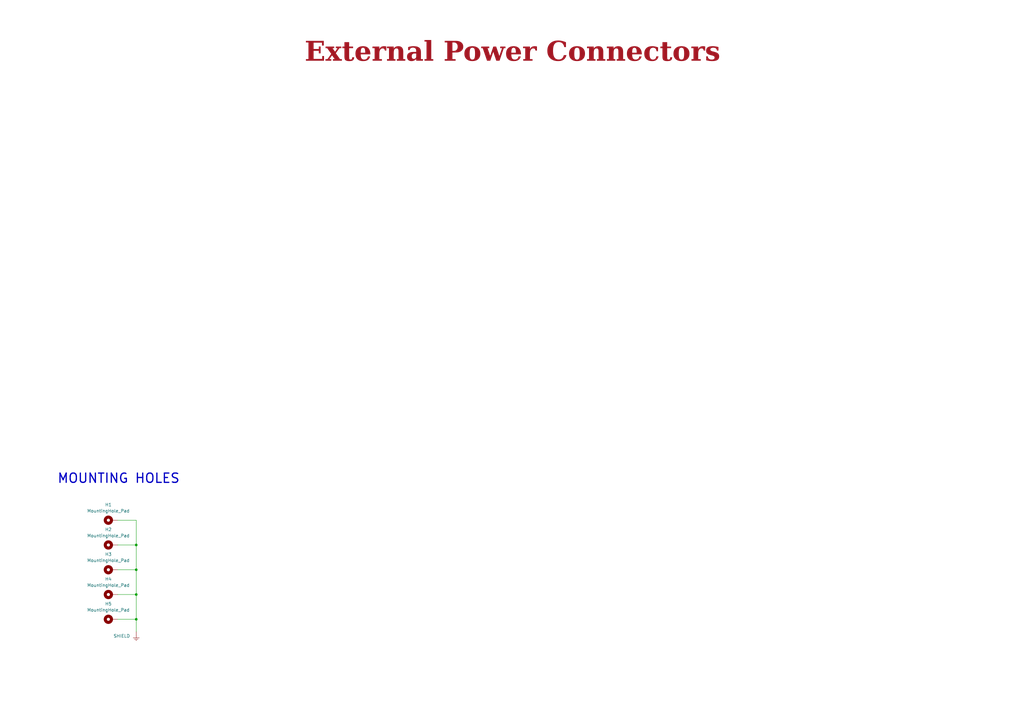
<source format=kicad_sch>
(kicad_sch (version 20250114) (generator "eeschema") (generator_version "9.0")
  (paper "A3")
  (title_block (title "External Power Connectors") (date "2026-02-05") (rev "1.0.0") (company "DvidMakesThings"))
  (lib_symbols
    (symbol "DS_Supply:SHIELD" (power) (pin_numbers (hide yes)) (pin_names (offset 0) (hide yes)) (in_bom no) (on_board no)
      (property "Value" "SHIELD" (at 0 -4.064 0))
      (symbol "SHIELD_0_1"
        (polyline (pts (xy -0.762 -1.778) (xy 0.762 -1.778)))
        (polyline (pts (xy -0.254 -2.286) (xy 0.254 -2.286)))
        (polyline (pts (xy 0 1.27) (xy 0 -1.27)))
        (polyline (pts (xy 0 -1.27) (xy -1.27 -1.27)))
        (polyline (pts (xy 1.27 -1.27) (xy 0 -1.27)))
      )
      (symbol "SHIELD_1_1"
        (pin power_in line (at 0 1.27 270) (length 0) (name "~") (number "1"))
      )
    )
    (symbol "Mechanical:MountingHole_Pad" (pin_numbers (hide yes)) (pin_names (offset 1.016) (hide yes)) (in_bom no)
      (property "Reference" "H" (at 0 6.35 0))
      (property "Value" "MountingHole_Pad" (at 0 4.445 0))
      (symbol "MountingHole_Pad_0_1"
        (circle (center 0 1.27) (radius 1.27) (stroke (width 1.27)))
      )
      (symbol "MountingHole_Pad_1_1"
        (pin input line (at 0 -2.54 90) (length 2.54) (name "1") (number "1"))
      )
    )
  )
  (text "MOUNTING HOLES" (at 23.368 196.342 0) (effects (font (size 3.81 3.81) (thickness 0.508) (bold yes)) (justify left)))
  (text_box "External Power Connectors" (at 12.7 15.24 0) (size 394.97 12.7) (margins 5.9999 5.9999 5.9999 5.9999) (stroke (width -0.0001)) (effects (font (size 8 8) (thickness 1.2) (bold yes))))
  (junction (at 55.88 233.68))
  (junction (at 55.88 254))
  (junction (at 55.88 243.84))
  (junction (at 55.88 223.52))
  (wire (pts (xy 48.26 243.84) (xy 55.88 243.84)))
  (wire (pts (xy 48.26 223.52) (xy 55.88 223.52)))
  (wire (pts (xy 55.88 254) (xy 55.88 259.08)))
  (wire (pts (xy 48.26 233.68) (xy 55.88 233.68)))
  (wire (pts (xy 48.26 254) (xy 55.88 254)))
  (wire (pts (xy 55.88 233.68) (xy 55.88 243.84)))
  (wire (pts (xy 48.26 213.36) (xy 55.88 213.36)))
  (wire (pts (xy 55.88 213.36) (xy 55.88 223.52)))
  (wire (pts (xy 55.88 254) (xy 55.88 243.84)))
  (wire (pts (xy 55.88 223.52) (xy 55.88 233.68)))
  (symbol (lib_id "Mechanical:MountingHole_Pad") (at 45.72 254 90) (unit 1) (in_bom no)
    (property "Reference" "H5" (at 44.45 247.65 90))
    (property "Value" "MountingHole_Pad" (at 44.45 250.19 90))
    (property "Footprint" "MountingHole:MountingHole_3.2mm_M3_Pad_Via" (effects (hide yes)))
    (property "Description" "Mounting Hole with connection" (effects (hide yes)))
  )
  (symbol (lib_id "Mechanical:MountingHole_Pad") (at 45.72 243.84 90) (unit 1) (in_bom no)
    (property "Reference" "H4" (at 44.45 237.49 90))
    (property "Value" "MountingHole_Pad" (at 44.45 240.03 90))
    (property "Footprint" "MountingHole:MountingHole_3.2mm_M3_Pad_Via" (effects (hide yes)))
    (property "Description" "Mounting Hole with connection" (effects (hide yes)))
  )
  (symbol (lib_id "DS_Supply:SHIELD") (at 55.88 260.35 0) (mirror y) (unit 1) (in_bom no) (on_board no)
    (property "Reference" "#SHIELD05" (effects (hide yes)))
    (property "Value" "SHIELD" (at 53.34 260.8579 0) (effects (justify left)))
    (property "Description" "Power symbol creates a global label with name \"SHIELD\"" (effects (hide yes)))
  )
  (symbol (lib_id "Mechanical:MountingHole_Pad") (at 45.72 223.52 90) (unit 1) (in_bom no)
    (property "Reference" "H2" (at 44.45 217.17 90))
    (property "Value" "MountingHole_Pad" (at 44.45 219.71 90))
    (property "Footprint" "MountingHole:MountingHole_3.2mm_M3_Pad_Via" (effects (hide yes)))
    (property "Description" "Mounting Hole with connection" (effects (hide yes)))
  )
  (symbol (lib_id "Mechanical:MountingHole_Pad") (at 45.72 213.36 90) (unit 1) (in_bom no)
    (property "Reference" "H1" (at 44.45 207.01 90))
    (property "Value" "MountingHole_Pad" (at 44.45 209.55 90))
    (property "Footprint" "MountingHole:MountingHole_3.2mm_M3_Pad_Via" (effects (hide yes)))
    (property "Description" "Mounting Hole with connection" (effects (hide yes)))
  )
  (symbol (lib_id "Mechanical:MountingHole_Pad") (at 45.72 233.68 90) (unit 1) (in_bom no)
    (property "Reference" "H3" (at 44.45 227.33 90))
    (property "Value" "MountingHole_Pad" (at 44.45 229.87 90))
    (property "Footprint" "MountingHole:MountingHole_3.2mm_M3_Pad_Via" (effects (hide yes)))
    (property "Description" "Mounting Hole with connection" (effects (hide yes)))
  )
)
</source>
